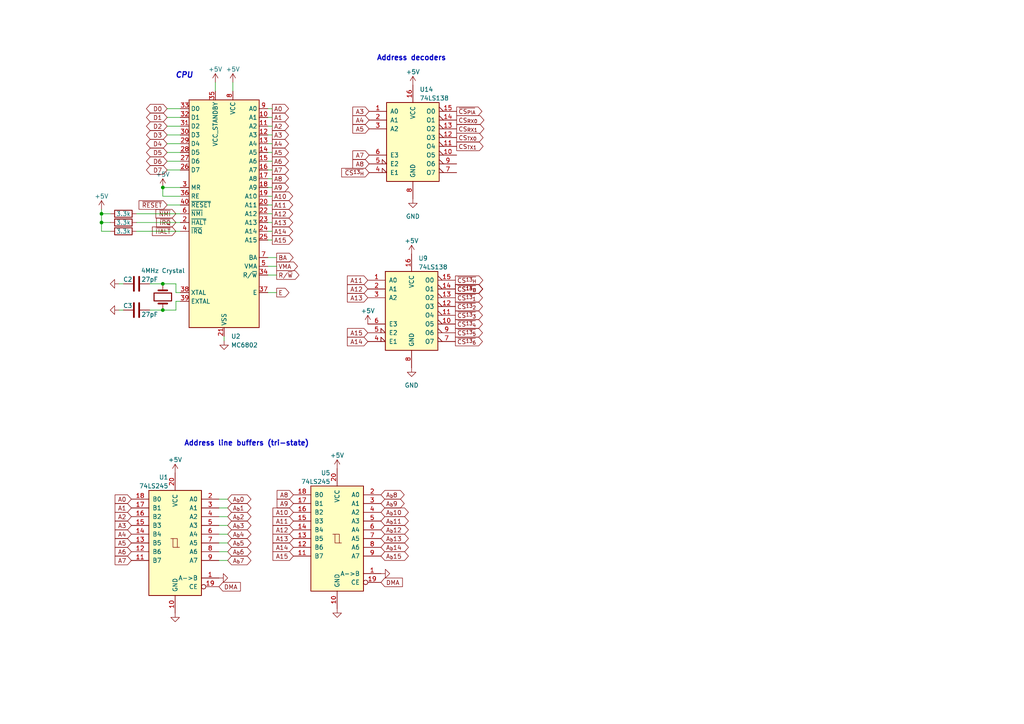
<source format=kicad_sch>
(kicad_sch (version 20230121) (generator eeschema)
  (paper "A4")
  (lib_symbols
    (symbol "+5V_1" (power) (pin_names (offset 0))
      (property "Value" "+5V_1" (at 0 3.556 0))
      (symbol "+5V_1_0_1"
        (polyline (pts (xy -0.762 1.27) (xy 0 2.54)))
        (polyline (pts (xy 0 0) (xy 0 2.54)))
        (polyline (pts (xy 0 2.54) (xy 0.762 1.27)))
      )
      (symbol "+5V_1_1_1"
        (pin power_in line (at 0 0 90) (length 0) hide (name "+5V") (number "1"))
      )
    )
    (symbol "68xx:MC6802"
      (property "Reference" "U" (at -8.89 34.29 0))
      (property "Value" "MC6802" (at 10.16 34.29 0))
      (symbol "MC6802_0_1"
        (rectangle (start -10.16 -33.02) (end 10.16 33.02) (stroke (width 0.254)) (fill (type background)))
      )
      (symbol "MC6802_1_1"
        (pin passive line (at 0 -35.56 90) (length 2.54) hide (name "VSS") (number "1"))
        (pin output line (at 12.7 27.94 180) (length 2.54) (name "A1") (number "10"))
        (pin output line (at 12.7 25.4 180) (length 2.54) (name "A2") (number "11"))
        (pin output line (at 12.7 22.86 180) (length 2.54) (name "A3") (number "12"))
        (pin output line (at 12.7 20.32 180) (length 2.54) (name "A4") (number "13"))
        (pin output line (at 12.7 17.78 180) (length 2.54) (name "A5") (number "14"))
        (pin output line (at 12.7 15.24 180) (length 2.54) (name "A6") (number "15"))
        (pin output line (at 12.7 12.7 180) (length 2.54) (name "A7") (number "16"))
        (pin output line (at 12.7 10.16 180) (length 2.54) (name "A8") (number "17"))
        (pin output line (at 12.7 7.62 180) (length 2.54) (name "A9") (number "18"))
        (pin output line (at 12.7 5.08 180) (length 2.54) (name "A10") (number "19"))
        (pin input line (at -12.7 -2.54 0) (length 2.54) (name "~{HALT}") (number "2"))
        (pin output line (at 12.7 2.54 180) (length 2.54) (name "A11") (number "20"))
        (pin power_in line (at 0 -35.56 90) (length 2.54) (name "VSS") (number "21"))
        (pin output line (at 12.7 0 180) (length 2.54) (name "A12") (number "22"))
        (pin output line (at 12.7 -2.54 180) (length 2.54) (name "A13") (number "23"))
        (pin output line (at 12.7 -5.08 180) (length 2.54) (name "A14") (number "24"))
        (pin output line (at 12.7 -7.62 180) (length 2.54) (name "A15") (number "25"))
        (pin bidirectional line (at -12.7 12.7 0) (length 2.54) (name "D7") (number "26"))
        (pin bidirectional line (at -12.7 15.24 0) (length 2.54) (name "D6") (number "27"))
        (pin bidirectional line (at -12.7 17.78 0) (length 2.54) (name "D5") (number "28"))
        (pin bidirectional line (at -12.7 20.32 0) (length 2.54) (name "D4") (number "29"))
        (pin input line (at -12.7 7.62 0) (length 2.54) (name "MR") (number "3"))
        (pin bidirectional line (at -12.7 22.86 0) (length 2.54) (name "D3") (number "30"))
        (pin bidirectional line (at -12.7 25.4 0) (length 2.54) (name "D2") (number "31"))
        (pin bidirectional line (at -12.7 27.94 0) (length 2.54) (name "D1") (number "32"))
        (pin bidirectional line (at -12.7 30.48 0) (length 2.54) (name "D0") (number "33"))
        (pin output line (at 12.7 -17.78 180) (length 2.54) (name "R/~{W}") (number "34"))
        (pin power_in line (at -2.54 35.56 270) (length 2.54) (name "VCC_STANDBY") (number "35"))
        (pin input line (at -12.7 5.08 0) (length 2.54) (name "RE") (number "36"))
        (pin output line (at 12.7 -22.86 180) (length 2.54) (name "E") (number "37"))
        (pin passive line (at -12.7 -22.86 0) (length 2.54) (name "XTAL") (number "38"))
        (pin passive line (at -12.7 -25.4 0) (length 2.54) (name "EXTAL") (number "39"))
        (pin input line (at -12.7 -5.08 0) (length 2.54) (name "~{IRQ}") (number "4"))
        (pin input line (at -12.7 2.54 0) (length 2.54) (name "~{RESET}") (number "40"))
        (pin output line (at 12.7 -15.24 180) (length 2.54) (name "VMA") (number "5"))
        (pin input line (at -12.7 0 0) (length 2.54) (name "~{NMI}") (number "6"))
        (pin output line (at 12.7 -12.7 180) (length 2.54) (name "BA") (number "7"))
        (pin power_in line (at 2.54 35.56 270) (length 2.54) (name "VCC") (number "8"))
        (pin output line (at 12.7 30.48 180) (length 2.54) (name "A0") (number "9"))
      )
    )
    (symbol "74xx:74LS138" (pin_names (offset 1.016))
      (property "Reference" "U" (at -7.62 11.43 0))
      (property "Value" "74LS138" (at -7.62 -13.97 0))
      (symbol "74LS138_1_0"
        (pin input line (at -12.7 7.62 0) (length 5.08) (name "A0") (number "1"))
        (pin output output_low (at 12.7 -5.08 180) (length 5.08) (name "O5") (number "10"))
        (pin output output_low (at 12.7 -2.54 180) (length 5.08) (name "O4") (number "11"))
        (pin output output_low (at 12.7 0 180) (length 5.08) (name "O3") (number "12"))
        (pin output output_low (at 12.7 2.54 180) (length 5.08) (name "O2") (number "13"))
        (pin output output_low (at 12.7 5.08 180) (length 5.08) (name "O1") (number "14"))
        (pin output output_low (at 12.7 7.62 180) (length 5.08) (name "O0") (number "15"))
        (pin power_in line (at 0 15.24 270) (length 5.08) (name "VCC") (number "16"))
        (pin input line (at -12.7 5.08 0) (length 5.08) (name "A1") (number "2"))
        (pin input line (at -12.7 2.54 0) (length 5.08) (name "A2") (number "3"))
        (pin input input_low (at -12.7 -10.16 0) (length 5.08) (name "E1") (number "4"))
        (pin input input_low (at -12.7 -7.62 0) (length 5.08) (name "E2") (number "5"))
        (pin input line (at -12.7 -5.08 0) (length 5.08) (name "E3") (number "6"))
        (pin output output_low (at 12.7 -10.16 180) (length 5.08) (name "O7") (number "7"))
        (pin power_in line (at 0 -17.78 90) (length 5.08) (name "GND") (number "8"))
        (pin output output_low (at 12.7 -7.62 180) (length 5.08) (name "O6") (number "9"))
      )
      (symbol "74LS138_1_1"
        (rectangle (start -7.62 10.16) (end 7.62 -12.7) (stroke (width 0.254)) (fill (type background)))
      )
    )
    (symbol "74xx:74LS245" (pin_names (offset 1.016))
      (property "Reference" "U" (at -7.62 16.51 0))
      (property "Value" "74LS245" (at -7.62 -16.51 0))
      (symbol "74LS245_1_0"
        (polyline (pts (xy -0.635 -1.27) (xy -0.635 1.27) (xy 0.635 1.27)))
        (polyline (pts (xy -1.27 -1.27) (xy 0.635 -1.27) (xy 0.635 1.27) (xy 1.27 1.27)))
        (pin input line (at -12.7 -10.16 0) (length 5.08) (name "A->B") (number "1"))
        (pin power_in line (at 0 -20.32 90) (length 5.08) (name "GND") (number "10"))
        (pin tri_state line (at 12.7 -5.08 180) (length 5.08) (name "B7") (number "11"))
        (pin tri_state line (at 12.7 -2.54 180) (length 5.08) (name "B6") (number "12"))
        (pin tri_state line (at 12.7 0 180) (length 5.08) (name "B5") (number "13"))
        (pin tri_state line (at 12.7 2.54 180) (length 5.08) (name "B4") (number "14"))
        (pin tri_state line (at 12.7 5.08 180) (length 5.08) (name "B3") (number "15"))
        (pin tri_state line (at 12.7 7.62 180) (length 5.08) (name "B2") (number "16"))
        (pin tri_state line (at 12.7 10.16 180) (length 5.08) (name "B1") (number "17"))
        (pin tri_state line (at 12.7 12.7 180) (length 5.08) (name "B0") (number "18"))
        (pin input inverted (at -12.7 -12.7 0) (length 5.08) (name "CE") (number "19"))
        (pin tri_state line (at -12.7 12.7 0) (length 5.08) (name "A0") (number "2"))
        (pin power_in line (at 0 20.32 270) (length 5.08) (name "VCC") (number "20"))
        (pin tri_state line (at -12.7 10.16 0) (length 5.08) (name "A1") (number "3"))
        (pin tri_state line (at -12.7 7.62 0) (length 5.08) (name "A2") (number "4"))
        (pin tri_state line (at -12.7 5.08 0) (length 5.08) (name "A3") (number "5"))
        (pin tri_state line (at -12.7 2.54 0) (length 5.08) (name "A4") (number "6"))
        (pin tri_state line (at -12.7 0 0) (length 5.08) (name "A5") (number "7"))
        (pin tri_state line (at -12.7 -2.54 0) (length 5.08) (name "A6") (number "8"))
        (pin tri_state line (at -12.7 -5.08 0) (length 5.08) (name "A7") (number "9"))
      )
      (symbol "74LS245_1_1"
        (rectangle (start -7.62 15.24) (end 7.62 -15.24) (stroke (width 0.254)) (fill (type background)))
      )
    )
    (symbol "Device:C" (pin_numbers hide) (pin_names (offset 0.254))
      (property "Reference" "C" (at 0.635 2.54 0))
      (property "Value" "C" (at 0.635 -2.54 0))
      (symbol "C_0_1"
        (polyline (pts (xy -2.032 -0.762) (xy 2.032 -0.762)) (stroke (width 0.508)))
        (polyline (pts (xy -2.032 0.762) (xy 2.032 0.762)) (stroke (width 0.508)))
      )
      (symbol "C_1_1"
        (pin passive line (at 0 3.81 270) (length 2.794) (name "~") (number "1"))
        (pin passive line (at 0 -3.81 90) (length 2.794) (name "~") (number "2"))
      )
    )
    (symbol "Device:Crystal" (pin_numbers hide) (pin_names (offset 1.016) hide)
      (property "Reference" "Y" (at 0 3.81 0))
      (property "Value" "Crystal" (at 0 -3.81 0))
      (symbol "Crystal_0_1"
        (rectangle (start -1.143 2.54) (end 1.143 -2.54) (stroke (width 0.3048)))
        (polyline (pts (xy -2.54 0) (xy -1.905 0)))
        (polyline (pts (xy -1.905 -1.27) (xy -1.905 1.27)) (stroke (width 0.508)))
        (polyline (pts (xy 1.905 -1.27) (xy 1.905 1.27)) (stroke (width 0.508)))
        (polyline (pts (xy 2.54 0) (xy 1.905 0)))
      )
      (symbol "Crystal_1_1"
        (pin passive line (at -3.81 0 0) (length 1.27) (name "1") (number "1"))
        (pin passive line (at 3.81 0 180) (length 1.27) (name "2") (number "2"))
      )
    )
    (symbol "Device:R" (pin_numbers hide) (pin_names (offset 0))
      (property "Reference" "R" (at 2.032 0 90))
      (property "Value" "R" (at 0 0 90))
      (symbol "R_0_1"
        (rectangle (start -1.016 -2.54) (end 1.016 2.54) (stroke (width 0.254)))
      )
      (symbol "R_1_1"
        (pin passive line (at 0 3.81 270) (length 1.27) (name "~") (number "1"))
        (pin passive line (at 0 -3.81 90) (length 1.27) (name "~") (number "2"))
      )
    )
    (symbol "GND_1" (power) (pin_names (offset 0))
      (property "Value" "GND_1" (at 0 -3.81 0))
      (symbol "GND_1_0_1"
        (polyline (pts (xy 0 0) (xy 0 -1.27) (xy 1.27 -1.27) (xy 0 -2.54) (xy -1.27 -1.27) (xy 0 -1.27)))
      )
      (symbol "GND_1_1_1"
        (pin power_in line (at 0 0 270) (length 0) hide (name "GND") (number "1"))
      )
    )
    (symbol "power:+5V" (power) (pin_names (offset 0))
      (property "Value" "+5V" (at 0 3.556 0))
      (symbol "+5V_0_1"
        (polyline (pts (xy -0.762 1.27) (xy 0 2.54)))
        (polyline (pts (xy 0 0) (xy 0 2.54)))
        (polyline (pts (xy 0 2.54) (xy 0.762 1.27)))
      )
      (symbol "+5V_1_1"
        (pin power_in line (at 0 0 90) (length 0) hide (name "+5V") (number "1"))
      )
    )
    (symbol "power:GND" (power) (pin_names (offset 0))
      (property "Value" "GND" (at 0 -3.81 0))
      (symbol "GND_0_1"
        (polyline (pts (xy 0 0) (xy 0 -1.27) (xy 1.27 -1.27) (xy 0 -2.54) (xy -1.27 -1.27) (xy 0 -1.27)))
      )
      (symbol "GND_1_1"
        (pin power_in line (at 0 0 270) (length 0) hide (name "GND") (number "1"))
      )
    )
  )
  (junction (at 29.44 64.54))
  (junction (at 29.44 62))
  (junction (at 47.22 54.38))
  (junction (at 47.22 89.94))
  (junction (at 47.22 82.32))
  (wire (pts (xy 29.44 64.54) (xy 31.98 64.54)))
  (wire (pts (xy 39.6 67.08) (xy 52.3 67.08)))
  (wire (pts (xy 77.7 59.46) (xy 78.97 59.46)))
  (wire (pts (xy 66.04 157.48) (xy 63.5 157.48)))
  (wire (pts (xy 77.7 56.92) (xy 78.97 56.92)))
  (wire (pts (xy 77.7 84.86) (xy 80.24 84.86)))
  (wire (pts (xy 77.7 69.62) (xy 78.97 69.62)))
  (wire (pts (xy 52.3 84.86) (xy 51.03 84.86)))
  (wire (pts (xy 48.49 41.68) (xy 52.3 41.68)))
  (wire (pts (xy 77.7 46.76) (xy 78.97 46.76)))
  (wire (pts (xy 47.22 56.92) (xy 52.3 56.92)))
  (wire (pts (xy 77.7 62) (xy 78.97 62)))
  (wire (pts (xy 77.7 74.7) (xy 80.24 74.7)))
  (wire (pts (xy 29.44 67.08) (xy 31.98 67.08)))
  (wire (pts (xy 51.03 87.4) (xy 51.03 89.94)))
  (wire (pts (xy 66.04 154.94) (xy 63.5 154.94)))
  (wire (pts (xy 77.7 44.22) (xy 78.97 44.22)))
  (wire (pts (xy 29.44 62) (xy 29.44 64.54)))
  (wire (pts (xy 43.41 82.32) (xy 47.22 82.32)))
  (wire (pts (xy 29.44 64.54) (xy 29.44 67.08)))
  (wire (pts (xy 29.44 60.73) (xy 29.44 62)))
  (wire (pts (xy 77.7 31.52) (xy 78.97 31.52)))
  (wire (pts (xy 48.49 59.46) (xy 52.3 59.46)))
  (wire (pts (xy 62.46 23.9) (xy 62.46 26.44)))
  (wire (pts (xy 77.7 54.38) (xy 78.97 54.38)))
  (wire (pts (xy 66.04 147.32) (xy 63.5 147.32)))
  (wire (pts (xy 66.04 144.78) (xy 63.5 144.78)))
  (wire (pts (xy 48.49 44.22) (xy 52.3 44.22)))
  (wire (pts (xy 29.44 62) (xy 31.98 62)))
  (wire (pts (xy 43.41 89.94) (xy 47.22 89.94)))
  (wire (pts (xy 65 97.56) (xy 65 98.83)))
  (wire (pts (xy 48.49 34.06) (xy 52.3 34.06)))
  (wire (pts (xy 39.6 62) (xy 52.3 62)))
  (wire (pts (xy 77.7 36.6) (xy 78.97 36.6)))
  (wire (pts (xy 48.49 31.52) (xy 52.3 31.52)))
  (wire (pts (xy 47.22 54.38) (xy 52.3 54.38)))
  (wire (pts (xy 39.6 64.54) (xy 52.3 64.54)))
  (wire (pts (xy 77.7 79.78) (xy 80.24 79.78)))
  (wire (pts (xy 47.22 56.92) (xy 47.22 54.38)))
  (wire (pts (xy 66.04 160.02) (xy 63.5 160.02)))
  (wire (pts (xy 51.03 82.32) (xy 47.22 82.32)))
  (wire (pts (xy 77.7 64.54) (xy 78.97 64.54)))
  (wire (pts (xy 48.49 49.3) (xy 52.3 49.3)))
  (wire (pts (xy 51.03 84.86) (xy 51.03 82.32)))
  (wire (pts (xy 66.04 152.4) (xy 63.5 152.4)))
  (wire (pts (xy 77.7 41.68) (xy 78.97 41.68)))
  (wire (pts (xy 47.22 89.94) (xy 51.03 89.94)))
  (wire (pts (xy 48.49 46.76) (xy 52.3 46.76)))
  (wire (pts (xy 48.49 39.14) (xy 52.3 39.14)))
  (wire (pts (xy 66.04 149.86) (xy 63.5 149.86)))
  (wire (pts (xy 77.7 51.84) (xy 78.97 51.84)))
  (wire (pts (xy 77.7 49.3) (xy 78.97 49.3)))
  (wire (pts (xy 34.52 82.32) (xy 35.79 82.32)))
  (wire (pts (xy 77.7 67.08) (xy 78.97 67.08)))
  (wire (pts (xy 48.49 36.6) (xy 52.3 36.6)))
  (wire (pts (xy 77.7 39.14) (xy 78.97 39.14)))
  (wire (pts (xy 77.7 34.06) (xy 78.97 34.06)))
  (wire (pts (xy 52.3 87.4) (xy 51.03 87.4)))
  (wire (pts (xy 34.52 89.94) (xy 35.79 89.94)))
  (wire (pts (xy 77.7 77.24) (xy 80.24 77.24)))
  (wire (pts (xy 66.04 162.56) (xy 63.5 162.56)))
  (wire (pts (xy 67.54 23.9) (xy 67.54 26.44)))
  (text "CPU" (at 50.8 22.86 0) (effects (font (size 1.6 1.6) bold italic) (justify left bottom)))
  (text "Address line buffers (tri-state)" (at 53.34 129.54 0) (effects (font (size 1.5 1.5) bold) (justify left bottom)))
  (text "Address decoders" (at 109.22 17.78 0) (effects (font (size 1.5 1.5) bold) (justify left bottom)))
  (global_label "A_{b}12" (shape tri_state) (at 110.49 153.67 0) (property "Intersheetrefs" "${INTERSHEET_REFS}" (effects hide)))
  (global_label "CS_{TX0}" (shape output) (at 132.45 39.91 0) (property "Intersheetrefs" "${INTERSHEET_REFS}" (effects hide)))
  (global_label "A_{b}7" (shape tri_state) (at 66.04 162.56 0) (property "Intersheetrefs" "${INTERSHEET_REFS}" (effects hide)))
  (global_label "A7" (shape input) (at 38.1 162.56 180) (property "Intersheetrefs" "${INTERSHEET_REFS}" (effects hide)))
  (global_label "CS_{TX1}" (shape output) (at 132.45 42.45 0) (property "Intersheetrefs" "${INTERSHEET_REFS}" (effects hide)))
  (global_label "~{CS^{13}_{3}}" (shape output) (at 132.08 91.44 0) (property "Intersheetrefs" "${INTERSHEET_REFS}" (effects hide)))
  (global_label "A_{b}11" (shape tri_state) (at 110.49 151.13 0) (property "Intersheetrefs" "${INTERSHEET_REFS}" (effects hide)))
  (global_label "D2" (shape tri_state) (at 48.49 36.6 180) (property "Intersheetrefs" "${INTERSHEET_REFS}" (effects hide)))
  (global_label "~{CS^{13}_{4}}" (shape output) (at 132.08 93.98 0) (property "Intersheetrefs" "${INTERSHEET_REFS}" (effects hide)))
  (global_label "A2" (shape input) (at 38.1 149.86 180) (property "Intersheetrefs" "${INTERSHEET_REFS}" (effects hide)))
  (global_label "~{HALT}" (shape input) (at 51.03 67.08 180) (property "Intersheetrefs" "${INTERSHEET_REFS}" (effects hide)))
  (global_label "~{CS^{14}_{H}}" (shape output) (at 132.08 83.82 0) (property "Intersheetrefs" "${INTERSHEET_REFS}" (effects hide)))
  (global_label "A11" (shape output) (at 78.97 59.46 0) (property "Intersheetrefs" "${INTERSHEET_REFS}" (effects hide)))
  (global_label "A7" (shape input) (at 107.05 44.99 180) (property "Intersheetrefs" "${INTERSHEET_REFS}" (effects hide)))
  (global_label "~{CS^{13}_{0}}" (shape output) (at 132.08 83.82 0) (property "Intersheetrefs" "${INTERSHEET_REFS}" (effects hide)))
  (global_label "DMA" (shape input) (at 110.49 168.91 0) (property "Intersheetrefs" "${INTERSHEET_REFS}" (effects hide)))
  (global_label "A0" (shape input) (at 38.1 144.78 180) (property "Intersheetrefs" "${INTERSHEET_REFS}" (effects hide)))
  (global_label "A8" (shape input) (at 107.05 47.53 180) (property "Intersheetrefs" "${INTERSHEET_REFS}" (effects hide)))
  (global_label "A14" (shape input) (at 106.68 99.06 180) (property "Intersheetrefs" "${INTERSHEET_REFS}" (effects hide)))
  (global_label "A13" (shape input) (at 85.09 156.21 180) (property "Intersheetrefs" "${INTERSHEET_REFS}" (effects hide)))
  (global_label "~{CS_{PIA}}" (shape output) (at 132.45 32.29 0) (property "Intersheetrefs" "${INTERSHEET_REFS}" (effects hide)))
  (global_label "A10" (shape input) (at 85.09 148.59 180) (property "Intersheetrefs" "${INTERSHEET_REFS}" (effects hide)))
  (global_label "A2" (shape output) (at 78.97 36.6 0) (property "Intersheetrefs" "${INTERSHEET_REFS}" (effects hide)))
  (global_label "~{RESET}" (shape input) (at 48.49 59.46 180) (property "Intersheetrefs" "${INTERSHEET_REFS}" (effects hide)))
  (global_label "~{CS^{13}_{2}}" (shape output) (at 132.08 88.9 0) (property "Intersheetrefs" "${INTERSHEET_REFS}" (effects hide)))
  (global_label "A_{b}4" (shape tri_state) (at 66.04 154.94 0) (property "Intersheetrefs" "${INTERSHEET_REFS}" (effects hide)))
  (global_label "A_{b}0" (shape tri_state) (at 66.04 144.78 0) (property "Intersheetrefs" "${INTERSHEET_REFS}" (effects hide)))
  (global_label "D6" (shape tri_state) (at 48.49 46.76 180) (property "Intersheetrefs" "${INTERSHEET_REFS}" (effects hide)))
  (global_label "A15" (shape input) (at 85.09 161.29 180) (property "Intersheetrefs" "${INTERSHEET_REFS}" (effects hide)))
  (global_label "A_{b}5" (shape tri_state) (at 66.04 157.48 0) (property "Intersheetrefs" "${INTERSHEET_REFS}" (effects hide)))
  (global_label "A12" (shape input) (at 85.09 153.67 180) (property "Intersheetrefs" "${INTERSHEET_REFS}" (effects hide)))
  (global_label "A9" (shape output) (at 78.97 54.38 0) (property "Intersheetrefs" "${INTERSHEET_REFS}" (effects hide)))
  (global_label "CS_{RX0}" (shape output) (at 132.45 34.83 0) (property "Intersheetrefs" "${INTERSHEET_REFS}" (effects hide)))
  (global_label "A6" (shape output) (at 78.97 46.76 0) (property "Intersheetrefs" "${INTERSHEET_REFS}" (effects hide)))
  (global_label "A_{b}15" (shape tri_state) (at 110.49 161.29 0) (property "Intersheetrefs" "${INTERSHEET_REFS}" (effects hide)))
  (global_label "A15" (shape output) (at 78.97 69.62 0) (property "Intersheetrefs" "${INTERSHEET_REFS}" (effects hide)))
  (global_label "A8" (shape input) (at 85.09 143.51 180) (property "Intersheetrefs" "${INTERSHEET_REFS}" (effects hide)))
  (global_label "~{IRQ}" (shape input) (at 51.03 64.54 180) (property "Intersheetrefs" "${INTERSHEET_REFS}" (effects hide)))
  (global_label "A_{b}6" (shape tri_state) (at 66.04 160.02 0) (property "Intersheetrefs" "${INTERSHEET_REFS}" (effects hide)))
  (global_label "D5" (shape tri_state) (at 48.49 44.22 180) (property "Intersheetrefs" "${INTERSHEET_REFS}" (effects hide)))
  (global_label "A_{b}1" (shape tri_state) (at 66.04 147.32 0) (property "Intersheetrefs" "${INTERSHEET_REFS}" (effects hide)))
  (global_label "A4" (shape input) (at 107.05 34.83 180) (property "Intersheetrefs" "${INTERSHEET_REFS}" (effects hide)))
  (global_label "~{CS^{13}_{H}}" (shape input) (at 107.05 50.07 180) (property "Intersheetrefs" "${INTERSHEET_REFS}" (effects hide)))
  (global_label "A11" (shape input) (at 106.68 81.28 180) (property "Intersheetrefs" "${INTERSHEET_REFS}" (effects hide)))
  (global_label "A0" (shape output) (at 78.97 31.52 0) (property "Intersheetrefs" "${INTERSHEET_REFS}" (effects hide)))
  (global_label "A_{b}8" (shape tri_state) (at 110.49 143.51 0) (property "Intersheetrefs" "${INTERSHEET_REFS}" (effects hide)))
  (global_label "A4" (shape output) (at 78.97 41.68 0) (property "Intersheetrefs" "${INTERSHEET_REFS}" (effects hide)))
  (global_label "A13" (shape input) (at 106.68 86.36 180) (property "Intersheetrefs" "${INTERSHEET_REFS}" (effects hide)))
  (global_label "A3" (shape input) (at 107.05 32.29 180) (property "Intersheetrefs" "${INTERSHEET_REFS}" (effects hide)))
  (global_label "A5" (shape output) (at 78.97 44.22 0) (property "Intersheetrefs" "${INTERSHEET_REFS}" (effects hide)))
  (global_label "DMA" (shape input) (at 63.5 170.18 0) (property "Intersheetrefs" "${INTERSHEET_REFS}" (effects hide)))
  (global_label "~{NMI}" (shape input) (at 51.03 62 180) (property "Intersheetrefs" "${INTERSHEET_REFS}" (effects hide)))
  (global_label "~{CS^{13}_{6}}" (shape output) (at 132.08 99.06 0) (property "Intersheetrefs" "${INTERSHEET_REFS}" (effects hide)))
  (global_label "A5" (shape input) (at 107.05 37.37 180) (property "Intersheetrefs" "${INTERSHEET_REFS}" (effects hide)))
  (global_label "A10" (shape output) (at 78.97 56.92 0) (property "Intersheetrefs" "${INTERSHEET_REFS}" (effects hide)))
  (global_label "D1" (shape tri_state) (at 48.49 34.06 180) (property "Intersheetrefs" "${INTERSHEET_REFS}" (effects hide)))
  (global_label "A6" (shape input) (at 38.1 160.02 180) (property "Intersheetrefs" "${INTERSHEET_REFS}" (effects hide)))
  (global_label "A14" (shape output) (at 78.97 67.08 0) (property "Intersheetrefs" "${INTERSHEET_REFS}" (effects hide)))
  (global_label "A3" (shape input) (at 38.1 152.4 180) (property "Intersheetrefs" "${INTERSHEET_REFS}" (effects hide)))
  (global_label "A12" (shape output) (at 78.97 62 0) (property "Intersheetrefs" "${INTERSHEET_REFS}" (effects hide)))
  (global_label "A_{b}10" (shape tri_state) (at 110.49 148.59 0) (property "Intersheetrefs" "${INTERSHEET_REFS}" (effects hide)))
  (global_label "D7" (shape tri_state) (at 48.49 49.3 180) (property "Intersheetrefs" "${INTERSHEET_REFS}" (effects hide)))
  (global_label "~{CS^{13}_{H}}" (shape output) (at 132.08 81.28 0) (property "Intersheetrefs" "${INTERSHEET_REFS}" (effects hide)))
  (global_label "~{CS^{13}_{5}}" (shape output) (at 132.08 96.52 0) (property "Intersheetrefs" "${INTERSHEET_REFS}" (effects hide)))
  (global_label "~{CS^{13}_{1}}" (shape output) (at 132.08 86.36 0) (property "Intersheetrefs" "${INTERSHEET_REFS}" (effects hide)))
  (global_label "VMA" (shape output) (at 80.24 77.24 0) (property "Intersheetrefs" "${INTERSHEET_REFS}" (effects hide)))
  (global_label "A11" (shape input) (at 85.09 151.13 180) (property "Intersheetrefs" "${INTERSHEET_REFS}" (effects hide)))
  (global_label "A15" (shape input) (at 106.68 96.52 180) (property "Intersheetrefs" "${INTERSHEET_REFS}" (effects hide)))
  (global_label "A13" (shape output) (at 78.97 64.54 0) (property "Intersheetrefs" "${INTERSHEET_REFS}" (effects hide)))
  (global_label "A3" (shape output) (at 78.97 39.14 0) (property "Intersheetrefs" "${INTERSHEET_REFS}" (effects hide)))
  (global_label "A1" (shape input) (at 38.1 147.32 180) (property "Intersheetrefs" "${INTERSHEET_REFS}" (effects hide)))
  (global_label "A1" (shape output) (at 78.97 34.06 0) (property "Intersheetrefs" "${INTERSHEET_REFS}" (effects hide)))
  (global_label "D0" (shape tri_state) (at 48.49 31.52 180) (property "Intersheetrefs" "${INTERSHEET_REFS}" (effects hide)))
  (global_label "BA" (shape output) (at 80.24 74.7 0) (property "Intersheetrefs" "${INTERSHEET_REFS}" (effects hide)))
  (global_label "A4" (shape input) (at 38.1 154.94 180) (property "Intersheetrefs" "${INTERSHEET_REFS}" (effects hide)))
  (global_label "A12" (shape input) (at 106.68 83.82 180) (property "Intersheetrefs" "${INTERSHEET_REFS}" (effects hide)))
  (global_label "A5" (shape input) (at 38.1 157.48 180) (property "Intersheetrefs" "${INTERSHEET_REFS}" (effects hide)))
  (global_label "A8" (shape output) (at 78.97 51.84 0) (property "Intersheetrefs" "${INTERSHEET_REFS}" (effects hide)))
  (global_label "D4" (shape tri_state) (at 48.49 41.68 180) (property "Intersheetrefs" "${INTERSHEET_REFS}" (effects hide)))
  (global_label "A_{b}2" (shape tri_state) (at 66.04 149.86 0) (property "Intersheetrefs" "${INTERSHEET_REFS}" (effects hide)))
  (global_label "E" (shape output) (at 80.24 84.86 0) (property "Intersheetrefs" "${INTERSHEET_REFS}" (effects hide)))
  (global_label "A_{b}9" (shape tri_state) (at 110.49 146.05 0) (property "Intersheetrefs" "${INTERSHEET_REFS}" (effects hide)))
  (global_label "A9" (shape input) (at 85.09 146.05 180) (property "Intersheetrefs" "${INTERSHEET_REFS}" (effects hide)))
  (global_label "A_{b}14" (shape tri_state) (at 110.49 158.75 0) (property "Intersheetrefs" "${INTERSHEET_REFS}" (effects hide)))
  (global_label "A_{b}3" (shape tri_state) (at 66.04 152.4 0) (property "Intersheetrefs" "${INTERSHEET_REFS}" (effects hide)))
  (global_label "D3" (shape tri_state) (at 48.49 39.14 180) (property "Intersheetrefs" "${INTERSHEET_REFS}" (effects hide)))
  (global_label "CS_{RX1}" (shape output) (at 132.45 37.37 0) (property "Intersheetrefs" "${INTERSHEET_REFS}" (effects hide)))
  (global_label "A14" (shape input) (at 85.09 158.75 180) (property "Intersheetrefs" "${INTERSHEET_REFS}" (effects hide)))
  (global_label "A7" (shape output) (at 78.97 49.3 0) (property "Intersheetrefs" "${INTERSHEET_REFS}" (effects hide)))
  (global_label "R{slash}~{W}" (shape output) (at 80.24 79.78 0) (property "Intersheetrefs" "${INTERSHEET_REFS}" (effects hide)))
  (global_label "A_{b}13" (shape tri_state) (at 110.49 156.21 0) (property "Intersheetrefs" "${INTERSHEET_REFS}" (effects hide)))
  (symbol (lib_id "74xx:74LS245") (at 97.79 156.21 0) (mirror y) (unit 1)
    (property "Reference" "U5" (at 95.8341 137.16 0) (effects (justify left)))
    (property "Value" "74LS245" (at 95.8341 139.7 0) (effects (justify left)))
    (property "Datasheet" "http://www.ti.com/lit/gpn/sn74LS245" (effects hide))
  )
  (symbol (lib_id "power:GND") (at 63.5 167.64 90) (unit 1)
    (property "Reference" "#PWR09" (effects hide))
    (property "Value" "GND" (effects hide))
    (instances (project "6802 v1" (path "" (reference "#PWR09") (unit 1)) (path "" (reference "#PWR025") (unit 1)) (path "" (reference "#PWR025") (unit 1))))
  )
  (symbol (lib_id "power:GND") (at 34.52 82.32 270) (unit 1)
    (property "Reference" "#PWR013" (effects hide))
    (property "Value" "GND" (effects hide))
  )
  (symbol (lib_id "power:+5V") (at 119.38 73.66 0) (unit 1)
    (property "Reference" "#PWR027" (effects hide))
    (property "Value" "+5V" (at 119.38 69.85 0))
    (instances (project "6802 v1" (path "" (reference "#PWR027") (unit 1)) (path "" (reference "#PWR011") (unit 1)) (path "" (reference "#PWR026") (unit 1))))
  )
  (symbol (lib_id "Device:C") (at 39.6 89.94 90) (unit 1)
    (property "Reference" "C3" (at 37.06 88.67 90))
    (property "Value" "27pF" (at 43.41 91.21 90))
    (property "Footprint" "Capacitor_THT:C_Disc_D3.0mm_W1.6mm_P2.50mm" (effects hide))
  )
  (symbol (lib_id "Device:R") (at 35.79 64.54 90) (unit 1)
    (property "Reference" "R3" (effects hide))
    (property "Value" "3.3k" (at 35.79 64.54 90))
  )
  (symbol (lib_name "GND_1") (lib_id "power:GND") (at 119.75 57.69 0) (unit 1)
    (property "Reference" "#PWR036" (effects hide))
    (property "Value" "GND" (at 119.75 62.77 0))
    (instances (project "6802 v1" (path "" (reference "#PWR036") (unit 1)) (path "" (reference "#PWR031") (unit 1)) (path "" (reference "#PWR012") (unit 1))))
  )
  (symbol (lib_id "power:GND") (at 50.8 177.8 0) (unit 1)
    (property "Reference" "#PWR011" (effects hide))
    (property "Value" "GND" (effects hide))
    (instances (project "6802 v1" (path "" (reference "#PWR011") (unit 1)) (path "" (reference "#PWR028") (unit 1)) (path "" (reference "#PWR028") (unit 1))))
  )
  (symbol (lib_id "power:+5V") (at 62.46 23.9 0) (unit 1)
    (property "Reference" "#PWR01" (effects hide))
    (property "Value" "+5V" (at 62.46 20.09 0))
  )
  (symbol (lib_id "68xx:MC6802") (at 65 62 0) (unit 1)
    (property "Reference" "U2" (at 67.0194 97.56 0) (effects (justify left)))
    (property "Value" "MC6802" (at 67.0194 100.1 0) (effects (justify left)))
    (property "Footprint" "Package_DIP:DIP-40_W15.24mm" (effects hide))
    (property "Datasheet" "https://www.jameco.com/Jameco/Products/ProdDS/43502.pdf" (effects hide))
  )
  (symbol (lib_id "Device:Crystal") (at 47.22 86.13 90) (unit 1)
    (property "Reference" "Y1" (effects hide))
    (property "Value" "4MHz Crystal" (at 40.87 78.51 90) (effects (justify right)))
    (property "Footprint" "Crystal:Crystal_HC49-U_Vertical" (effects hide))
  )
  (symbol (lib_id "74xx:74LS138") (at 119.75 39.91 0) (unit 1)
    (property "Reference" "U14" (at 121.7059 25.94 0) (effects (justify left)))
    (property "Value" "74LS138" (at 121.7059 28.48 0) (effects (justify left)))
    (property "Datasheet" "http://www.ti.com/lit/gpn/sn74LS138" (effects hide))
    (instances (project "6802 v1" (path "" (reference "U14") (unit 1)) (path "" (reference "U12") (unit 1)) (path "" (reference "U1") (unit 1))))
  )
  (symbol (lib_id "power:GND") (at 119.38 106.68 0) (unit 1)
    (property "Reference" "#PWR028" (effects hide))
    (property "Value" "GND" (at 119.38 111.76 0))
    (instances (project "6802 v1" (path "" (reference "#PWR028") (unit 1)) (path "" (reference "#PWR026") (unit 1)) (path "" (reference "#PWR031") (unit 1))))
  )
  (symbol (lib_id "Device:C") (at 39.6 82.32 90) (unit 1)
    (property "Reference" "C2" (at 37.06 81.05 90))
    (property "Value" "27pF" (at 43.41 81.05 90))
    (property "Footprint" "Capacitor_THT:C_Disc_D3.0mm_W1.6mm_P2.50mm" (effects hide))
  )
  (symbol (lib_id "power:+5V") (at 50.8 137.16 0) (unit 1)
    (property "Reference" "#PWR03" (effects hide))
    (property "Value" "+5V" (at 50.8 133.35 0))
    (instances (project "6802 v1" (path "" (reference "#PWR03") (unit 1)) (path "" (reference "#PWR09") (unit 1)) (path "" (reference "#PWR09") (unit 1))))
  )
  (symbol (lib_id "74xx:74LS138") (at 119.38 88.9 0) (unit 1)
    (property "Reference" "U9" (at 121.3359 74.93 0) (effects (justify left)))
    (property "Value" "74LS138" (at 121.3359 77.47 0) (effects (justify left)))
    (property "Footprint" "Package_DIP:DIP-16_W7.62mm_Socket" (effects hide))
    (property "Datasheet" "http://www.ti.com/lit/gpn/sn74LS138" (effects hide))
    (instances (project "6802 v1" (path "" (reference "U9") (unit 1)) (path "" (reference "U1") (unit 1)) (path "" (reference "U12") (unit 1))))
  )
  (symbol (lib_id "power:+5V") (at 67.54 23.9 0) (unit 1)
    (property "Reference" "#PWR02" (effects hide))
    (property "Value" "+5V" (at 67.54 20.09 0))
  )
  (symbol (lib_id "power:GND") (at 34.52 89.94 270) (unit 1)
    (property "Reference" "#PWR014" (effects hide))
    (property "Value" "GND" (effects hide))
  )
  (symbol (lib_id "power:+5V") (at 97.79 135.89 0) (unit 1)
    (property "Reference" "#PWR012" (effects hide))
    (property "Value" "+5V" (at 97.79 132.08 0))
    (instances (project "6802 v1" (path "" (reference "#PWR012") (unit 1)) (path "" (reference "#PWR03") (unit 1)) (path "" (reference "#PWR03") (unit 1))))
  )
  (symbol (lib_id "Device:R") (at 35.79 62 90) (unit 1)
    (property "Reference" "R2" (effects hide))
    (property "Value" "3.3k" (at 35.79 62 90))
  )
  (symbol (lib_name "+5V_1") (lib_id "power:+5V") (at 119.75 24.67 0) (unit 1)
    (property "Reference" "#PWR030" (effects hide))
    (property "Value" "+5V" (at 119.75 20.86 0))
    (instances (project "6802 v1" (path "" (reference "#PWR030") (unit 1)) (path "" (reference "#PWR030") (unit 1)) (path "" (reference "#PWR011") (unit 1))))
  )
  (symbol (lib_id "power:GND") (at 110.49 166.37 90) (unit 1)
    (property "Reference" "#PWR017" (effects hide))
    (property "Value" "GND" (effects hide))
  )
  (symbol (lib_id "power:+5V") (at 47.22 54.38 0) (unit 1)
    (property "Reference" "#PWR08" (effects hide))
    (property "Value" "+5V" (at 47.22 50.57 0))
  )
  (symbol (lib_id "Device:R") (at 35.79 67.08 90) (unit 1)
    (property "Reference" "R4" (effects hide))
    (property "Value" "3.3k" (at 35.79 67.08 90))
  )
  (symbol (lib_id "power:+5V") (at 29.44 60.73 0) (unit 1)
    (property "Reference" "#PWR010" (effects hide))
    (property "Value" "+5V" (at 29.44 56.92 0))
  )
  (symbol (lib_id "74xx:74LS245") (at 50.8 157.48 0) (mirror y) (unit 1)
    (property "Reference" "U1" (at 48.8441 138.43 0) (effects (justify left)))
    (property "Value" "74LS245" (at 48.8441 140.97 0) (effects (justify left)))
    (property "Datasheet" "http://www.ti.com/lit/gpn/sn74LS245" (effects hide))
    (instances (project "6802 v1" (path "" (reference "U1") (unit 1)) (path "" (reference "U9") (unit 1)) (path "" (reference "U9") (unit 1))))
  )
  (symbol (lib_id "power:GND") (at 97.79 176.53 0) (unit 1)
    (property "Reference" "#PWR011" (effects hide))
    (property "Value" "GND" (effects hide))
    (instances (project "6802 v1" (path "" (reference "#PWR011") (unit 1)) (path "" (reference "#PWR027") (unit 1)) (path "" (reference "#PWR027") (unit 1))))
  )
  (symbol (lib_id "power:GND") (at 65 98.83 0) (unit 1)
    (property "Reference" "#PWR016" (effects hide))
    (property "Value" "GND" (effects hide))
  )
  (symbol (lib_id "power:+5V") (at 106.68 93.98 0) (unit 1)
    (property "Reference" "#PWR026" (effects hide))
    (property "Value" "+5V" (at 106.68 90.17 0))
    (instances (project "6802 v1" (path "" (reference "#PWR026") (unit 1)) (path "" (reference "#PWR012") (unit 1)) (path "" (reference "#PWR030") (unit 1))))
  )
)
</source>
